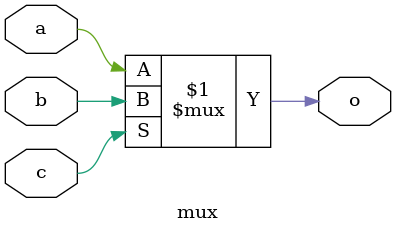
<source format=sv>
`timescale 1ns / 1ps


module mux(input a,b,c,output o);

assign o = c ? b : a;

endmodule

</source>
